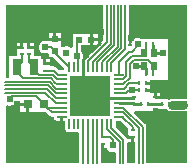
<source format=gtl>
G04*
G04 #@! TF.GenerationSoftware,Altium Limited,Altium Designer,19.0.15 (446)*
G04*
G04 Layer_Physical_Order=1*
G04 Layer_Color=255*
%FSLAX24Y24*%
%MOIN*%
G70*
G01*
G75*
%ADD13C,0.0079*%
%ADD14C,0.0059*%
%ADD16R,0.0106X0.0118*%
%ADD17R,0.0118X0.0106*%
%ADD18R,0.0217X0.0256*%
%ADD19R,0.0236X0.0197*%
%ADD20R,0.0295X0.0551*%
%ADD21R,0.0295X0.0315*%
%ADD22R,0.0315X0.0315*%
%ADD23R,0.0197X0.0236*%
%ADD24R,0.1378X0.1378*%
%ADD25O,0.0079X0.0335*%
%ADD26O,0.0335X0.0079*%
%ADD39C,0.0090*%
%ADD40C,0.0100*%
%ADD41C,0.0315*%
%ADD42C,0.0240*%
G36*
X431Y1844D02*
X297Y1710D01*
X247Y1731D01*
Y1826D01*
X79D01*
Y1678D01*
X194D01*
X215Y1628D01*
X-171Y1242D01*
X-174Y1238D01*
X-198Y1238D01*
X-206Y1244D01*
X-235Y1281D01*
X-231Y1296D01*
X-230Y1325D01*
X-231Y1354D01*
X-237Y1382D01*
X-246Y1409D01*
X-259Y1435D01*
X-275Y1459D01*
X-294Y1481D01*
X-310Y1495D01*
Y1678D01*
X-21D01*
Y1876D01*
Y2074D01*
X-582D01*
Y1835D01*
X-583Y1834D01*
X-588Y1812D01*
X-590Y1790D01*
Y1610D01*
X-640Y1591D01*
X-641Y1593D01*
X-663Y1612D01*
X-687Y1628D01*
X-713Y1641D01*
X-740Y1650D01*
X-768Y1656D01*
X-797Y1657D01*
X-826Y1656D01*
X-854Y1650D01*
X-882Y1641D01*
X-907Y1628D01*
X-931Y1612D01*
X-933Y1611D01*
X-983Y1634D01*
Y1840D01*
X-1418D01*
X-1430Y1834D01*
X-1439Y1837D01*
X-1467Y1843D01*
X-1496Y1844D01*
X-1525Y1843D01*
X-1553Y1837D01*
X-1580Y1828D01*
X-1606Y1815D01*
X-1630Y1799D01*
X-1652Y1780D01*
X-1671Y1758D01*
X-1687Y1734D01*
X-1700Y1708D01*
X-1709Y1681D01*
X-1715Y1653D01*
X-1717Y1624D01*
X-1715Y1595D01*
X-1709Y1567D01*
X-1700Y1540D01*
X-1687Y1514D01*
X-1671Y1490D01*
X-1652Y1468D01*
X-1630Y1449D01*
X-1606Y1433D01*
X-1580Y1420D01*
X-1553Y1411D01*
X-1525Y1405D01*
X-1496Y1404D01*
X-1467Y1405D01*
X-1439Y1411D01*
X-1430Y1414D01*
X-1389Y1392D01*
X-1380Y1380D01*
Y1278D01*
X-1239D01*
X-860Y898D01*
X-876Y848D01*
X-1024D01*
X-1117Y941D01*
X-1134Y956D01*
X-1153Y967D01*
X-1173Y975D01*
X-1194Y981D01*
X-1216Y982D01*
X-1357D01*
Y1017D01*
X-1516D01*
Y1067D01*
X-1566D01*
Y1220D01*
X-1632D01*
Y1320D01*
X-1888D01*
Y1558D01*
X-2047D01*
Y1608D01*
X-2097D01*
Y1761D01*
X-2233D01*
Y1608D01*
X-2283D01*
Y1558D01*
X-2443D01*
Y1320D01*
X-2698D01*
Y593D01*
X-2822D01*
Y3019D01*
X431D01*
Y1844D01*
D02*
G37*
G36*
X3216Y-108D02*
X3097D01*
X3091Y-108D01*
X2717D01*
X2689Y-110D01*
X2663Y-115D01*
X2637Y-124D01*
X2613Y-136D01*
X2611Y-137D01*
X2561Y-116D01*
Y-116D01*
X2324D01*
Y-95D01*
X2165D01*
Y-45D01*
X2115D01*
Y108D01*
X2006D01*
X2006Y135D01*
X1852D01*
Y235D01*
X2005D01*
Y256D01*
X2005D01*
Y365D01*
X1852D01*
Y465D01*
X2005D01*
Y525D01*
X2590D01*
X2590Y1905D01*
X1702D01*
X1700Y1906D01*
X1674Y1919D01*
X1647Y1928D01*
X1619Y1934D01*
X1590Y1936D01*
X1561Y1934D01*
X1533Y1928D01*
X1506Y1919D01*
X1480Y1906D01*
X1478Y1905D01*
X1403D01*
Y1850D01*
X1389D01*
Y1804D01*
X1386Y1799D01*
X1377Y1772D01*
X1371Y1744D01*
X1370Y1715D01*
X1371Y1697D01*
X1289D01*
Y1850D01*
X1282D01*
Y3019D01*
X3216D01*
Y-108D01*
D02*
G37*
G36*
X-2324Y-226D02*
X-2077D01*
Y-276D01*
X-2027D01*
Y-533D01*
X-1829D01*
X-1829Y-533D01*
X-1793D01*
Y-533D01*
X-1779Y-533D01*
X-1486D01*
X-1369Y-650D01*
X-1352Y-664D01*
X-1333Y-676D01*
X-1313Y-684D01*
X-1292Y-689D01*
X-1270Y-691D01*
X-1229D01*
X-1213Y-709D01*
X-1211Y-731D01*
X-1206Y-752D01*
X-1197Y-772D01*
X-1186Y-791D01*
X-1172Y-808D01*
X-1155Y-822D01*
X-1136Y-833D01*
X-1116Y-842D01*
X-1095Y-847D01*
X-1073Y-848D01*
X-995D01*
Y-709D01*
X-895D01*
Y-848D01*
X-848D01*
Y-1073D01*
X-847Y-1095D01*
X-842Y-1116D01*
X-833Y-1136D01*
X-822Y-1155D01*
X-808Y-1172D01*
X-791Y-1186D01*
X-772Y-1197D01*
X-752Y-1206D01*
X-731Y-1211D01*
X-709Y-1213D01*
X-687Y-1211D01*
X-665Y-1206D01*
X-645Y-1197D01*
X-630Y-1188D01*
X-615Y-1197D01*
X-594Y-1206D01*
X-573Y-1211D01*
X-551Y-1213D01*
X-529Y-1211D01*
X-508Y-1206D01*
X-488Y-1197D01*
X-472Y-1188D01*
X-457Y-1197D01*
X-437Y-1206D01*
X-416Y-1211D01*
X-394Y-1213D01*
X-366Y-1260D01*
Y-2232D01*
X-2822D01*
Y-341D01*
X-2822Y-340D01*
X-2772Y-311D01*
X-2771Y-312D01*
X-2744Y-321D01*
X-2716Y-327D01*
X-2687Y-329D01*
X-2658Y-327D01*
X-2630Y-321D01*
X-2603Y-312D01*
X-2577Y-299D01*
X-2553Y-283D01*
X-2531Y-264D01*
X-2512Y-242D01*
X-2496Y-219D01*
X-2483Y-193D01*
X-2474Y-165D01*
X-2473Y-159D01*
X-2324D01*
Y-226D01*
D02*
G37*
G36*
X1258Y-1092D02*
Y-1391D01*
X1208Y-1405D01*
X1207Y-1404D01*
X1194Y-1389D01*
X848Y-1043D01*
Y-848D01*
X1015D01*
X1258Y-1092D01*
D02*
G37*
G36*
X2254Y-435D02*
X2548D01*
X2552Y-441D01*
X2570Y-461D01*
X2590Y-479D01*
X2613Y-494D01*
X2637Y-506D01*
X2663Y-515D01*
X2689Y-520D01*
X2717Y-522D01*
X3091D01*
X3097Y-522D01*
X3216D01*
Y-2232D01*
X1874D01*
Y-1032D01*
X1872Y-1012D01*
X1868Y-992D01*
X1860Y-973D01*
X1849Y-955D01*
X1836Y-940D01*
X1464Y-568D01*
X1483Y-522D01*
X2077D01*
Y-423D01*
X2254D01*
Y-435D01*
D02*
G37*
G36*
X1467Y-1525D02*
X1496D01*
Y-2232D01*
X1232D01*
Y-1564D01*
X1258Y-1525D01*
X1367D01*
Y-1372D01*
X1467D01*
Y-1525D01*
D02*
G37*
G36*
X473Y-1761D02*
X556D01*
X557Y-1764D01*
X573Y-1788D01*
X592Y-1809D01*
X614Y-1828D01*
X638Y-1844D01*
X664Y-1857D01*
X691Y-1866D01*
X719Y-1872D01*
X748Y-1874D01*
X777Y-1872D01*
X805Y-1866D01*
X854Y-1899D01*
Y-2232D01*
X366D01*
Y-1761D01*
X373D01*
Y-1608D01*
X473D01*
Y-1761D01*
D02*
G37*
%LPC*%
G36*
X-983Y2108D02*
X-1131D01*
Y1940D01*
X-983D01*
Y2108D01*
D02*
G37*
G36*
X-1231D02*
X-1380D01*
Y1940D01*
X-1231D01*
Y2108D01*
D02*
G37*
G36*
X247Y2074D02*
X79D01*
Y1926D01*
X247D01*
Y2074D01*
D02*
G37*
G36*
X-1888Y1761D02*
X-1997D01*
Y1658D01*
X-1888D01*
Y1761D01*
D02*
G37*
G36*
X-2333D02*
X-2443D01*
Y1658D01*
X-2333D01*
Y1761D01*
D02*
G37*
G36*
X-1357Y1220D02*
X-1466D01*
Y1117D01*
X-1357D01*
Y1220D01*
D02*
G37*
G36*
X2215Y108D02*
Y5D01*
X2324D01*
Y108D01*
X2215D01*
D02*
G37*
G36*
X-2127Y-326D02*
X-2324D01*
Y-533D01*
X-2127D01*
Y-326D01*
D02*
G37*
%LPD*%
D13*
X-1427Y-394D02*
X-1270Y-551D01*
X945Y79D02*
X1179D01*
X1277Y1472D02*
X1339D01*
X945Y1140D02*
X1277Y1472D01*
X945Y709D02*
Y1140D01*
Y236D02*
X1129D01*
X1308Y414D02*
X1620D01*
X1129Y236D02*
X1308Y414D01*
X1377Y1472D02*
X1600Y1695D01*
X1339Y1472D02*
X1377Y1472D01*
X1285Y185D02*
X1628D01*
X1179Y79D02*
X1285Y185D01*
X-450Y1325D02*
Y1790D01*
X-394Y1847D01*
X-364Y1876D01*
X-447Y1328D02*
X-424Y1305D01*
X-394Y945D02*
Y1305D01*
X-424D02*
X-394D01*
X394Y-1354D02*
Y-945D01*
X423Y-1384D02*
X658D01*
X394Y-1354D02*
X423Y-1384D01*
X-1309Y1624D02*
X-1181Y1496D01*
X-1496Y1624D02*
X-1309D01*
X-1181Y1417D02*
Y1496D01*
Y1417D02*
X-709Y945D01*
X1073Y-709D02*
X1417Y-1053D01*
Y-1148D02*
Y-1053D01*
X945Y-709D02*
X1073D01*
X748Y-1654D02*
Y-1474D01*
X658Y-1384D02*
X748Y-1474D01*
X-1516Y843D02*
X-1216D01*
X-1082Y709D01*
X-945D01*
X-2598Y-20D02*
X-1801D01*
X-2687Y-108D02*
X-2598Y-20D01*
X-1270Y-551D02*
X-945D01*
X-1801Y-20D02*
X-1545Y-276D01*
X-1427Y-394D01*
X-945D01*
D14*
X1106D02*
X1744Y-1032D01*
Y-2244D02*
Y-1032D01*
X945Y-394D02*
X1106D01*
X1096Y-551D02*
X1626Y-1081D01*
Y-2244D02*
Y-1081D01*
X945Y-551D02*
X1096D01*
X945Y394D02*
X1106D01*
X1096Y551D02*
X1201Y656D01*
X945Y551D02*
X1096D01*
X1106Y394D02*
X1319Y607D01*
X2137Y1006D02*
X2137Y979D01*
X1938Y1205D02*
X2137Y1006D01*
X1458Y1205D02*
X1938D01*
X2082Y715D02*
Y924D01*
X2137Y979D01*
X1858Y1487D02*
Y1715D01*
X1803Y1431D02*
X1858Y1487D01*
X1694Y1323D02*
X1803Y1431D01*
X1409Y1323D02*
X1694D01*
X1319Y607D02*
Y1066D01*
X1458Y1205D01*
X1201Y1115D02*
X1409Y1323D01*
X1201Y656D02*
Y1115D01*
X236Y-2234D02*
Y-945D01*
X551Y-1096D02*
X984Y-1529D01*
X709Y-1087D02*
X1102Y-1480D01*
X984Y-2244D02*
Y-1529D01*
X1102Y-2244D02*
Y-1480D01*
X709Y-1087D02*
Y-945D01*
X551Y-1096D02*
Y-945D01*
X79Y-2234D02*
Y-945D01*
X-79Y-2234D02*
Y-945D01*
X-236Y-2234D02*
Y-945D01*
X1152Y1545D02*
Y3022D01*
X709Y1102D02*
X1152Y1545D01*
X1033Y1594D02*
Y3022D01*
X551Y1112D02*
X1033Y1594D01*
X551Y945D02*
Y1112D01*
X915Y1643D02*
Y3022D01*
X394Y1121D02*
X915Y1643D01*
X394Y945D02*
Y1121D01*
X797Y1692D02*
Y3022D01*
X236Y1131D02*
X797Y1692D01*
X236Y945D02*
Y1131D01*
X679Y1741D02*
Y3022D01*
X79Y1141D02*
X679Y1741D01*
X561Y1790D02*
Y3022D01*
X-79Y1150D02*
X561Y1790D01*
X709Y945D02*
Y1102D01*
X79Y945D02*
Y1141D01*
X-79Y945D02*
Y1150D01*
X-2234Y581D02*
X-1303D01*
X-2451Y797D02*
Y945D01*
Y797D02*
X-2234Y581D01*
X-1880Y856D02*
Y945D01*
Y856D02*
X-1722Y699D01*
X-2047Y1112D02*
X-1880Y945D01*
X-2451D02*
X-2283Y1112D01*
Y1384D01*
X-2047Y1112D02*
Y1384D01*
X-1722Y699D02*
X-1254D01*
X-1181Y626D02*
X-1106Y551D01*
X-1254Y699D02*
X-1182Y626D01*
X-1181D01*
X-1161Y440D02*
X-1115Y394D01*
X-1303Y581D02*
X-1162Y440D01*
X-1161D01*
X-1164Y276D02*
X-1125Y236D01*
X-2825Y344D02*
X-1401D01*
X-2825Y226D02*
X-1450D01*
X-2825Y108D02*
X-1499D01*
X-2825Y463D02*
X-1352D01*
X-1165Y276D01*
X-1164D01*
X-1135Y79D02*
X-945D01*
X-1401Y344D02*
X-1135Y79D01*
X-1450Y226D02*
X-1145Y-79D01*
X-1499Y108D02*
X-1154Y-236D01*
X-1106Y551D02*
X-945D01*
X-1115Y394D02*
X-945D01*
X-1125Y236D02*
X-945D01*
X-1145Y-79D02*
X-945D01*
X-1154Y-236D02*
X-945D01*
D16*
X1852Y185D02*
D03*
X1628D02*
D03*
X1852Y415D02*
D03*
X1628D02*
D03*
X1858Y715D02*
D03*
X2082D02*
D03*
X2082Y1715D02*
D03*
X1858D02*
D03*
X2408Y-276D02*
D03*
X2632D02*
D03*
X1699D02*
D03*
X1923D02*
D03*
D17*
X1339Y1697D02*
D03*
Y1472D02*
D03*
X423Y-1608D02*
D03*
Y-1384D02*
D03*
X1417Y-1372D02*
D03*
Y-1148D02*
D03*
X-1516Y1067D02*
D03*
Y843D02*
D03*
X1457Y-270D02*
D03*
Y-45D02*
D03*
X-2283Y1608D02*
D03*
Y1384D02*
D03*
X-2047Y1608D02*
D03*
Y1384D02*
D03*
X2165Y-270D02*
D03*
Y-45D02*
D03*
D18*
X1803Y979D02*
D03*
X2137D02*
D03*
Y1431D02*
D03*
X1803Y1431D02*
D03*
D19*
X29Y1876D02*
D03*
X-364D02*
D03*
D20*
X-1880Y945D02*
D03*
X-2451D02*
D03*
D21*
X-1545Y-276D02*
D03*
X-2077D02*
D03*
D22*
X3091Y-315D02*
D03*
D23*
X-1181Y1890D02*
D03*
Y1496D02*
D03*
D24*
X0Y0D02*
D03*
D25*
X-709Y945D02*
D03*
X-551D02*
D03*
X-394D02*
D03*
X-236D02*
D03*
X-79D02*
D03*
X79D02*
D03*
X236D02*
D03*
X394D02*
D03*
X551D02*
D03*
X709D02*
D03*
Y-945D02*
D03*
X551D02*
D03*
X394D02*
D03*
X236D02*
D03*
X79D02*
D03*
X-79D02*
D03*
X-236D02*
D03*
X-394D02*
D03*
X-551D02*
D03*
X-709D02*
D03*
D26*
X945Y709D02*
D03*
Y551D02*
D03*
Y394D02*
D03*
Y236D02*
D03*
Y79D02*
D03*
Y-79D02*
D03*
Y-236D02*
D03*
Y-394D02*
D03*
Y-551D02*
D03*
Y-709D02*
D03*
X-945D02*
D03*
Y-551D02*
D03*
Y-394D02*
D03*
Y-236D02*
D03*
Y-79D02*
D03*
Y79D02*
D03*
Y236D02*
D03*
Y394D02*
D03*
Y551D02*
D03*
Y709D02*
D03*
D39*
X1530Y979D02*
X1803D01*
X1858Y715D02*
Y924D01*
X1803Y979D02*
X1858Y924D01*
X2082Y1487D02*
X2137Y1431D01*
X2082Y1487D02*
Y1695D01*
X2137Y1431D02*
X2410Y1431D01*
X32Y1495D02*
X312Y1775D01*
X-148Y1325D02*
Y1437D01*
X-203Y1418D02*
Y1600D01*
Y1418D02*
X-150Y1365D01*
X-236Y185D02*
Y1236D01*
X-148Y1325D01*
X1923Y-276D02*
X2408D01*
X1459D02*
X1699D01*
X1453Y-270D02*
X1459Y-276D01*
X1420Y-236D02*
X1453Y-270D01*
X1420Y-79D02*
X1453Y-45D01*
X305Y-79D02*
X1420D01*
X965Y-236D02*
X1420D01*
D40*
X1140Y-1250D02*
X1262Y-1372D01*
X1417D01*
D41*
X2717Y-315D02*
X3091D01*
D42*
X-492Y-1329D02*
D03*
Y-2106D02*
D03*
X-984Y-984D02*
D03*
X-1506Y-719D02*
D03*
X-797Y1437D02*
D03*
X-1370Y-2110D02*
D03*
X1360D02*
D03*
X1760Y-641D02*
D03*
X2440Y0D02*
D03*
X2120Y405D02*
D03*
X1368Y1939D02*
D03*
X1400Y196D02*
D03*
X1590Y1715D02*
D03*
X1530Y979D02*
D03*
X2410Y1431D02*
D03*
X-150Y1375D02*
D03*
X-450Y1325D02*
D03*
X3091Y1939D02*
D03*
X1998Y-1348D02*
D03*
X3091Y-2106D02*
D03*
X2254Y2894D02*
D03*
X2697Y30D02*
D03*
Y-659D02*
D03*
X-1496Y1624D02*
D03*
X3091Y-1348D02*
D03*
X1998Y-2106D02*
D03*
X1063Y-1063D02*
D03*
X1367Y-1634D02*
D03*
X472Y-1850D02*
D03*
X728Y-2106D02*
D03*
X748Y-1654D02*
D03*
X-2687Y-108D02*
D03*
X3091Y-659D02*
D03*
X2203Y-657D02*
D03*
X3091Y30D02*
D03*
X433Y-433D02*
D03*
X0D02*
D03*
X-433D02*
D03*
X433Y0D02*
D03*
X0D02*
D03*
X-433D02*
D03*
X433Y433D02*
D03*
X0D02*
D03*
X-433D02*
D03*
X3091Y2894D02*
D03*
X1407D02*
D03*
X-1526Y1319D02*
D03*
X-2697Y2894D02*
D03*
X-1220D02*
D03*
X305D02*
D03*
X-2697Y-1555D02*
D03*
Y1437D02*
D03*
X3100Y1043D02*
D03*
X-2697Y-2106D02*
D03*
X-2402Y1929D02*
D03*
X-2087D02*
D03*
X-2431Y-709D02*
D03*
X-2431Y-276D02*
D03*
X-1220Y2244D02*
D03*
X39Y2451D02*
D03*
X344Y2126D02*
D03*
M02*

</source>
